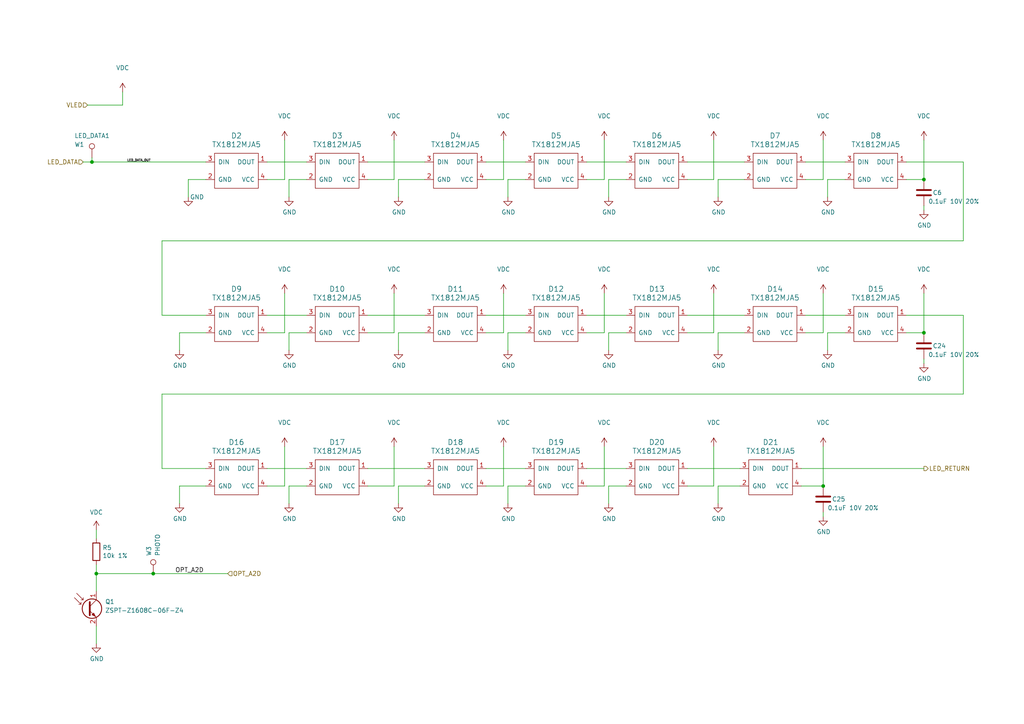
<source format=kicad_sch>
(kicad_sch (version 20250114) (generator "eeschema") (generator_version "9.0")
  (paper "A4")
  (title_block (title "Pixels D20V17 Schematic, Main") (date "2025-10-10") (rev "13") (company "Systemic Games, LLC") (comment 1 "LED Chain"))
  (lib_symbols
    (symbol "Device:C" (pin_numbers (hide yes)) (pin_names (offset 0.254))
      (property "Reference" "C" (at 0.635 2.54 0))
      (property "Value" "C" (at 0.635 -2.54 0))
      (symbol "C_0_1"
        (polyline (pts (xy -2.032 0.762) (xy 2.032 0.762)) (stroke (width 0.508)))
        (polyline (pts (xy -2.032 -0.762) (xy 2.032 -0.762)) (stroke (width 0.508)))
      )
      (symbol "C_1_1"
        (pin passive line (at 0 3.81 270) (length 2.794) (name "~") (number "1"))
        (pin passive line (at 0 -3.81 90) (length 2.794) (name "~") (number "2"))
      )
    )
    (symbol "Device:Q_Photo_NPN" (pin_names (offset 0) (hide yes))
      (property "Reference" "Q" (at 5.08 1.27 0))
      (property "Value" "Q_Photo_NPN" (at 5.08 -1.27 0))
      (symbol "Q_Photo_NPN_0_1"
        (polyline (pts (xy -3.81 3.175) (xy -1.905 1.27) (xy -1.905 1.905)))
        (polyline (pts (xy -3.175 4.445) (xy -1.27 2.54) (xy -1.27 3.175)))
        (polyline (pts (xy -1.905 1.27) (xy -2.54 1.27)))
        (polyline (pts (xy -1.27 2.54) (xy -1.905 2.54)))
        (polyline (pts (xy 0.635 1.905) (xy 0.635 -1.905) (xy 0.635 -1.905)) (stroke (width 0.508)))
        (polyline (pts (xy 0.635 0.635) (xy 2.54 2.54)))
        (polyline (pts (xy 0.635 -0.635) (xy 2.54 -2.54) (xy 2.54 -2.54)))
        (circle (center 1.27 0) (radius 2.8194) (stroke (width 0.254)))
        (polyline (pts (xy 1.27 -1.778) (xy 1.778 -1.27) (xy 2.286 -2.286) (xy 1.27 -1.778) (xy 1.27 -1.778)) (fill (type outline)))
      )
      (symbol "Q_Photo_NPN_1_1"
        (pin passive line (at 2.54 5.08 270) (length 2.54) (name "C") (number "1"))
        (pin passive line (at 2.54 -5.08 90) (length 2.54) (name "E") (number "2"))
      )
    )
    (symbol "Device:R" (pin_numbers (hide yes)) (pin_names (offset 0))
      (property "Reference" "R" (at 2.032 0 90))
      (property "Value" "R" (at 0 0 90))
      (symbol "R_0_1"
        (rectangle (start -1.016 -2.54) (end 1.016 2.54) (stroke (width 0.254)))
      )
      (symbol "R_1_1"
        (pin passive line (at 0 3.81 270) (length 1.27) (name "~") (number "1"))
        (pin passive line (at 0 -3.81 90) (length 1.27) (name "~") (number "2"))
      )
    )
    (symbol "Pixels-dice:TEST_1P-conn" (pin_numbers (hide yes)) (pin_names (offset 0.762) (hide yes))
      (property "Reference" "W" (at 0 6.858 0))
      (property "Value" "TEST_1P-conn" (at 0 5.08 0))
      (symbol "TEST_1P-conn_0_1"
        (circle (center 0 3.302) (radius 0.762))
      )
      (symbol "TEST_1P-conn_1_1"
        (pin passive line (at 0 0 90) (length 2.54) (name "1") (number "1"))
      )
    )
    (symbol "Pixels-dice:TX1812MJA5" (pin_names (offset 1.016))
      (property "Reference" "D" (at 0 -6.35 0))
      (property "Value" "TX1812MJA5" (at 0 6.35 0))
      (symbol "TX1812MJA5_0_1"
        (rectangle (start -6.35 5.08) (end 6.35 -5.08))
      )
      (symbol "TX1812MJA5_1_1"
        (pin input line (at -8.89 2.54 0) (length 2.54) (name "DIN") (number "3"))
        (pin power_in line (at -8.89 -2.54 0) (length 2.54) (name "GND") (number "2"))
        (pin output line (at 8.89 2.54 180) (length 2.54) (name "DOUT") (number "1"))
        (pin power_in line (at 8.89 -2.54 180) (length 2.54) (name "VCC") (number "4"))
      )
    )
    (symbol "power:GND" (power) (pin_names (offset 0))
      (property "Value" "GND" (at 0 -3.81 0))
      (symbol "GND_0_1"
        (polyline (pts (xy 0 0) (xy 0 -1.27) (xy 1.27 -1.27) (xy 0 -2.54) (xy -1.27 -1.27) (xy 0 -1.27)))
      )
      (symbol "GND_1_1"
        (pin power_in line (at 0 0 270) (length 0) (hide yes) (name "GND") (number "1"))
      )
    )
    (symbol "power:VDC" (power) (pin_names (offset 0))
      (property "Value" "VDC" (at 0 6.35 0))
      (symbol "VDC_0_1"
        (polyline (pts (xy -0.762 1.27) (xy 0 2.54)))
        (polyline (pts (xy 0 2.54) (xy 0.762 1.27)))
        (polyline (pts (xy 0 0) (xy 0 2.54)))
      )
      (symbol "VDC_1_1"
        (pin power_in line (at 0 0 90) (length 0) (hide yes) (name "VDC") (number "1"))
      )
    )
  )
  (junction (at 26.67 46.99))
  (junction (at 238.76 140.97))
  (junction (at 27.94 166.37))
  (junction (at 44.45 166.37))
  (junction (at 267.97 52.07))
  (junction (at 267.97 96.52))
  (wire (pts (xy 175.26 85.09) (xy 175.26 96.52)))
  (wire (pts (xy 207.01 40.64) (xy 207.01 52.07)))
  (wire (pts (xy 147.32 140.97) (xy 152.4 140.97)))
  (wire (pts (xy 140.97 46.99) (xy 152.4 46.99)))
  (wire (pts (xy 279.4 46.99) (xy 279.4 69.85)))
  (wire (pts (xy 114.3 129.54) (xy 114.3 140.97)))
  (wire (pts (xy 267.97 104.14) (xy 267.97 105.41)))
  (wire (pts (xy 233.68 52.07) (xy 238.76 52.07)))
  (wire (pts (xy 106.68 96.52) (xy 114.3 96.52)))
  (wire (pts (xy 176.53 96.52) (xy 176.53 101.6)))
  (wire (pts (xy 77.47 135.89) (xy 88.9 135.89)))
  (wire (pts (xy 170.18 52.07) (xy 175.26 52.07)))
  (wire (pts (xy 176.53 52.07) (xy 181.61 52.07)))
  (wire (pts (xy 27.94 166.37) (xy 44.45 166.37)))
  (wire (pts (xy 233.68 91.44) (xy 245.11 91.44)))
  (wire (pts (xy 147.32 146.05) (xy 147.32 140.97)))
  (wire (pts (xy 176.53 52.07) (xy 176.53 57.15)))
  (wire (pts (xy 82.55 85.09) (xy 82.55 96.52)))
  (wire (pts (xy 83.82 146.05) (xy 83.82 140.97)))
  (wire (pts (xy 46.99 69.85) (xy 46.99 91.44)))
  (wire (pts (xy 146.05 85.09) (xy 146.05 96.52)))
  (wire (pts (xy 170.18 46.99) (xy 181.61 46.99)))
  (wire (pts (xy 77.47 91.44) (xy 88.9 91.44)))
  (wire (pts (xy 170.18 91.44) (xy 181.61 91.44)))
  (wire (pts (xy 114.3 40.64) (xy 114.3 52.07)))
  (wire (pts (xy 147.32 52.07) (xy 152.4 52.07)))
  (wire (pts (xy 147.32 96.52) (xy 152.4 96.52)))
  (wire (pts (xy 208.28 140.97) (xy 208.28 146.05)))
  (wire (pts (xy 267.97 59.69) (xy 267.97 60.96)))
  (wire (pts (xy 27.94 181.61) (xy 27.94 186.69)))
  (wire (pts (xy 27.94 163.83) (xy 27.94 166.37)))
  (wire (pts (xy 262.89 52.07) (xy 267.97 52.07)))
  (wire (pts (xy 175.26 40.64) (xy 175.26 52.07)))
  (wire (pts (xy 140.97 91.44) (xy 152.4 91.44)))
  (wire (pts (xy 83.82 101.6) (xy 83.82 96.52)))
  (wire (pts (xy 279.4 91.44) (xy 279.4 114.3)))
  (wire (pts (xy 106.68 46.99) (xy 123.19 46.99)))
  (wire (pts (xy 27.94 153.67) (xy 27.94 156.21)))
  (wire (pts (xy 77.47 96.52) (xy 82.55 96.52)))
  (wire (pts (xy 199.39 135.89) (xy 214.63 135.89)))
  (wire (pts (xy 83.82 57.15) (xy 83.82 52.07)))
  (wire (pts (xy 146.05 129.54) (xy 146.05 140.97)))
  (wire (pts (xy 199.39 140.97) (xy 207.01 140.97)))
  (wire (pts (xy 208.28 140.97) (xy 214.63 140.97)))
  (wire (pts (xy 262.89 91.44) (xy 279.4 91.44)))
  (wire (pts (xy 240.03 52.07) (xy 245.11 52.07)))
  (wire (pts (xy 199.39 52.07) (xy 207.01 52.07)))
  (wire (pts (xy 262.89 46.99) (xy 279.4 46.99)))
  (wire (pts (xy 267.97 40.64) (xy 267.97 52.07)))
  (wire (pts (xy 26.67 46.99) (xy 59.69 46.99)))
  (wire (pts (xy 176.53 140.97) (xy 176.53 146.05)))
  (wire (pts (xy 106.68 52.07) (xy 114.3 52.07)))
  (wire (pts (xy 170.18 96.52) (xy 175.26 96.52)))
  (wire (pts (xy 54.61 52.07) (xy 54.61 57.15)))
  (wire (pts (xy 147.32 57.15) (xy 147.32 52.07)))
  (wire (pts (xy 114.3 85.09) (xy 114.3 96.52)))
  (wire (pts (xy 35.56 30.48) (xy 35.56 26.67)))
  (wire (pts (xy 199.39 96.52) (xy 207.01 96.52)))
  (wire (pts (xy 208.28 96.52) (xy 208.28 101.6)))
  (wire (pts (xy 26.67 45.72) (xy 26.67 46.99)))
  (wire (pts (xy 238.76 129.54) (xy 238.76 140.97)))
  (wire (pts (xy 232.41 140.97) (xy 238.76 140.97)))
  (wire (pts (xy 207.01 85.09) (xy 207.01 96.52)))
  (wire (pts (xy 208.28 52.07) (xy 208.28 57.15)))
  (wire (pts (xy 199.39 91.44) (xy 215.9 91.44)))
  (wire (pts (xy 46.99 91.44) (xy 59.69 91.44)))
  (wire (pts (xy 233.68 96.52) (xy 238.76 96.52)))
  (wire (pts (xy 52.07 140.97) (xy 59.69 140.97)))
  (wire (pts (xy 232.41 135.89) (xy 267.97 135.89)))
  (wire (pts (xy 208.28 52.07) (xy 215.9 52.07)))
  (wire (pts (xy 175.26 129.54) (xy 175.26 140.97)))
  (wire (pts (xy 147.32 101.6) (xy 147.32 96.52)))
  (wire (pts (xy 83.82 140.97) (xy 88.9 140.97)))
  (wire (pts (xy 54.61 52.07) (xy 59.69 52.07)))
  (wire (pts (xy 83.82 96.52) (xy 88.9 96.52)))
  (wire (pts (xy 25.4 30.48) (xy 35.56 30.48)))
  (wire (pts (xy 106.68 91.44) (xy 123.19 91.44)))
  (wire (pts (xy 46.99 135.89) (xy 59.69 135.89)))
  (wire (pts (xy 52.07 96.52) (xy 59.69 96.52)))
  (wire (pts (xy 83.82 52.07) (xy 88.9 52.07)))
  (wire (pts (xy 140.97 52.07) (xy 146.05 52.07)))
  (wire (pts (xy 24.13 46.99) (xy 26.67 46.99)))
  (wire (pts (xy 233.68 46.99) (xy 245.11 46.99)))
  (wire (pts (xy 279.4 69.85) (xy 46.99 69.85)))
  (wire (pts (xy 115.57 96.52) (xy 115.57 101.6)))
  (wire (pts (xy 82.55 129.54) (xy 82.55 140.97)))
  (wire (pts (xy 77.47 46.99) (xy 88.9 46.99)))
  (wire (pts (xy 27.94 166.37) (xy 27.94 171.45)))
  (wire (pts (xy 115.57 140.97) (xy 123.19 140.97)))
  (wire (pts (xy 240.03 101.6) (xy 240.03 96.52)))
  (wire (pts (xy 77.47 140.97) (xy 82.55 140.97)))
  (wire (pts (xy 106.68 135.89) (xy 123.19 135.89)))
  (wire (pts (xy 115.57 96.52) (xy 123.19 96.52)))
  (wire (pts (xy 262.89 96.52) (xy 267.97 96.52)))
  (wire (pts (xy 238.76 40.64) (xy 238.76 52.07)))
  (wire (pts (xy 207.01 129.54) (xy 207.01 140.97)))
  (wire (pts (xy 52.07 140.97) (xy 52.07 146.05)))
  (wire (pts (xy 106.68 140.97) (xy 114.3 140.97)))
  (wire (pts (xy 170.18 135.89) (xy 181.61 135.89)))
  (wire (pts (xy 240.03 96.52) (xy 245.11 96.52)))
  (wire (pts (xy 140.97 140.97) (xy 146.05 140.97)))
  (wire (pts (xy 140.97 96.52) (xy 146.05 96.52)))
  (wire (pts (xy 238.76 85.09) (xy 238.76 96.52)))
  (wire (pts (xy 82.55 40.64) (xy 82.55 52.07)))
  (wire (pts (xy 199.39 46.99) (xy 215.9 46.99)))
  (wire (pts (xy 115.57 140.97) (xy 115.57 146.05)))
  (wire (pts (xy 176.53 140.97) (xy 181.61 140.97)))
  (wire (pts (xy 140.97 135.89) (xy 152.4 135.89)))
  (wire (pts (xy 115.57 52.07) (xy 123.19 52.07)))
  (wire (pts (xy 170.18 140.97) (xy 175.26 140.97)))
  (wire (pts (xy 238.76 148.59) (xy 238.76 149.86)))
  (wire (pts (xy 146.05 40.64) (xy 146.05 52.07)))
  (wire (pts (xy 240.03 57.15) (xy 240.03 52.07)))
  (wire (pts (xy 44.45 166.37) (xy 66.04 166.37)))
  (wire (pts (xy 208.28 96.52) (xy 215.9 96.52)))
  (wire (pts (xy 77.47 52.07) (xy 82.55 52.07)))
  (wire (pts (xy 52.07 96.52) (xy 52.07 101.6)))
  (wire (pts (xy 176.53 96.52) (xy 181.61 96.52)))
  (wire (pts (xy 267.97 85.09) (xy 267.97 96.52)))
  (wire (pts (xy 279.4 114.3) (xy 46.99 114.3)))
  (wire (pts (xy 46.99 114.3) (xy 46.99 135.89)))
  (wire (pts (xy 115.57 52.07) (xy 115.57 57.15)))
  (label "LED_DATA_OUT" (at 36.83 46.99 0) (effects (font (size 0.635 0.635))))
  (label "OPT_A2D" (at 50.8 166.37 0))
  (hierarchical_label "LED_RETURN" (shape output) (at 267.97 135.89 0))
  (hierarchical_label "OPT_A2D" (shape input) (at 66.04 166.37 0))
  (hierarchical_label "LED_DATA" (shape input) (at 24.13 46.99 180))
  (hierarchical_label "VLED" (shape input) (at 25.4 30.48 180))
  (symbol (lib_id "power:VDC") (at 35.56 26.67 0) (unit 1)
    (property "Reference" "#PWR0102" (effects (hide yes)))
    (property "Value" "VDC" (at 35.56 19.685 0))
  )
  (symbol (lib_id "power:VDC") (at 82.55 40.64 0) (unit 1)
    (property "Reference" "#PWR0103" (effects (hide yes)))
    (property "Value" "VDC" (at 82.55 33.655 0))
  )
  (symbol (lib_id "power:VDC") (at 114.3 40.64 0) (unit 1)
    (property "Reference" "#PWR0104" (effects (hide yes)))
    (property "Value" "VDC" (at 114.3 33.655 0))
  )
  (symbol (lib_id "power:GND") (at 54.61 57.15 0) (unit 1)
    (property "Reference" "#PWR0105" (effects (hide yes)))
    (property "Value" "GND" (at 57.15 57.15 0))
  )
  (symbol (lib_id "power:GND") (at 83.82 57.15 0) (unit 1)
    (property "Reference" "#PWR0106" (effects (hide yes)))
    (property "Value" "GND" (at 83.947 61.5442 0))
  )
  (symbol (lib_id "power:VDC") (at 146.05 40.64 0) (unit 1)
    (property "Reference" "#PWR0107" (effects (hide yes)))
    (property "Value" "VDC" (at 146.05 33.655 0))
  )
  (symbol (lib_id "power:VDC") (at 175.26 40.64 0) (unit 1)
    (property "Reference" "#PWR0108" (effects (hide yes)))
    (property "Value" "VDC" (at 175.26 33.655 0))
  )
  (symbol (lib_id "power:GND") (at 115.57 57.15 0) (unit 1)
    (property "Reference" "#PWR0109" (effects (hide yes)))
    (property "Value" "GND" (at 115.697 61.5442 0))
  )
  (symbol (lib_id "power:GND") (at 147.32 57.15 0) (unit 1)
    (property "Reference" "#PWR0110" (effects (hide yes)))
    (property "Value" "GND" (at 147.447 61.5442 0))
  )
  (symbol (lib_id "power:VDC") (at 207.01 40.64 0) (unit 1)
    (property "Reference" "#PWR0111" (effects (hide yes)))
    (property "Value" "VDC" (at 207.01 33.655 0))
  )
  (symbol (lib_id "power:VDC") (at 238.76 40.64 0) (unit 1)
    (property "Reference" "#PWR0112" (effects (hide yes)))
    (property "Value" "VDC" (at 238.76 33.655 0))
  )
  (symbol (lib_id "power:VDC") (at 267.97 40.64 0) (unit 1)
    (property "Reference" "#PWR0113" (effects (hide yes)))
    (property "Value" "VDC" (at 267.97 33.655 0))
  )
  (symbol (lib_id "power:GND") (at 208.28 57.15 0) (unit 1)
    (property "Reference" "#PWR0114" (effects (hide yes)))
    (property "Value" "GND" (at 208.407 61.5442 0))
  )
  (symbol (lib_id "power:GND") (at 240.03 57.15 0) (unit 1)
    (property "Reference" "#PWR0115" (effects (hide yes)))
    (property "Value" "GND" (at 240.157 61.5442 0))
  )
  (symbol (lib_id "power:GND") (at 176.53 57.15 0) (unit 1)
    (property "Reference" "#PWR0116" (effects (hide yes)))
    (property "Value" "GND" (at 176.657 61.5442 0))
  )
  (symbol (lib_id "power:VDC") (at 82.55 85.09 0) (unit 1)
    (property "Reference" "#PWR0117" (effects (hide yes)))
    (property "Value" "VDC" (at 82.55 78.105 0))
  )
  (symbol (lib_id "power:VDC") (at 114.3 85.09 0) (unit 1)
    (property "Reference" "#PWR0118" (effects (hide yes)))
    (property "Value" "VDC" (at 114.3 78.105 0))
  )
  (symbol (lib_id "power:GND") (at 52.07 101.6 0) (unit 1)
    (property "Reference" "#PWR0119" (effects (hide yes)))
    (property "Value" "GND" (at 52.197 105.9942 0))
  )
  (symbol (lib_id "power:GND") (at 83.82 101.6 0) (unit 1)
    (property "Reference" "#PWR0120" (effects (hide yes)))
    (property "Value" "GND" (at 83.947 105.9942 0))
  )
  (symbol (lib_id "power:VDC") (at 175.26 85.09 0) (unit 1)
    (property "Reference" "#PWR0121" (effects (hide yes)))
    (property "Value" "VDC" (at 175.26 78.105 0))
  )
  (symbol (lib_id "power:GND") (at 115.57 101.6 0) (unit 1)
    (property "Reference" "#PWR0122" (effects (hide yes)))
    (property "Value" "GND" (at 115.697 105.9942 0))
  )
  (symbol (lib_id "power:GND") (at 147.32 101.6 0) (unit 1)
    (property "Reference" "#PWR0123" (effects (hide yes)))
    (property "Value" "GND" (at 147.447 105.9942 0))
  )
  (symbol (lib_id "power:VDC") (at 207.01 85.09 0) (unit 1)
    (property "Reference" "#PWR0124" (effects (hide yes)))
    (property "Value" "VDC" (at 207.01 78.105 0))
  )
  (symbol (lib_id "power:VDC") (at 238.76 85.09 0) (unit 1)
    (property "Reference" "#PWR0125" (effects (hide yes)))
    (property "Value" "VDC" (at 238.76 78.105 0))
  )
  (symbol (lib_id "power:VDC") (at 267.97 85.09 0) (unit 1)
    (property "Reference" "#PWR0126" (effects (hide yes)))
    (property "Value" "VDC" (at 267.97 78.105 0))
  )
  (symbol (lib_id "power:GND") (at 208.28 101.6 0) (unit 1)
    (property "Reference" "#PWR0127" (effects (hide yes)))
    (property "Value" "GND" (at 208.407 105.9942 0))
  )
  (symbol (lib_id "power:GND") (at 240.03 101.6 0) (unit 1)
    (property "Reference" "#PWR0128" (effects (hide yes)))
    (property "Value" "GND" (at 240.157 105.9942 0))
  )
  (symbol (lib_id "power:GND") (at 176.53 101.6 0) (unit 1)
    (property "Reference" "#PWR0129" (effects (hide yes)))
    (property "Value" "GND" (at 176.657 105.9942 0))
  )
  (symbol (lib_id "power:VDC") (at 82.55 129.54 0) (unit 1)
    (property "Reference" "#PWR0130" (effects (hide yes)))
    (property "Value" "VDC" (at 82.55 122.555 0))
  )
  (symbol (lib_id "power:VDC") (at 114.3 129.54 0) (unit 1)
    (property "Reference" "#PWR0131" (effects (hide yes)))
    (property "Value" "VDC" (at 114.3 122.555 0))
  )
  (symbol (lib_id "power:GND") (at 52.07 146.05 0) (unit 1)
    (property "Reference" "#PWR0132" (effects (hide yes)))
    (property "Value" "GND" (at 52.197 150.4442 0))
  )
  (symbol (lib_id "power:GND") (at 83.82 146.05 0) (unit 1)
    (property "Reference" "#PWR0133" (effects (hide yes)))
    (property "Value" "GND" (at 83.947 150.4442 0))
  )
  (symbol (lib_id "power:VDC") (at 146.05 129.54 0) (unit 1)
    (property "Reference" "#PWR0134" (effects (hide yes)))
    (property "Value" "VDC" (at 146.05 122.555 0))
  )
  (symbol (lib_id "power:VDC") (at 175.26 129.54 0) (unit 1)
    (property "Reference" "#PWR0135" (effects (hide yes)))
    (property "Value" "VDC" (at 175.26 122.555 0))
  )
  (symbol (lib_id "power:GND") (at 115.57 146.05 0) (unit 1)
    (property "Reference" "#PWR0136" (effects (hide yes)))
    (property "Value" "GND" (at 115.697 150.4442 0))
  )
  (symbol (lib_id "power:GND") (at 147.32 146.05 0) (unit 1)
    (property "Reference" "#PWR0137" (effects (hide yes)))
    (property "Value" "GND" (at 147.447 150.4442 0))
  )
  (symbol (lib_id "power:VDC") (at 207.01 129.54 0) (unit 1)
    (property "Reference" "#PWR0138" (effects (hide yes)))
    (property "Value" "VDC" (at 207.01 122.555 0))
  )
  (symbol (lib_id "power:VDC") (at 238.76 129.54 0) (unit 1)
    (property "Reference" "#PWR0139" (effects (hide yes)))
    (property "Value" "VDC" (at 238.76 122.555 0))
  )
  (symbol (lib_id "power:GND") (at 267.97 60.96 0) (unit 1)
    (property "Reference" "#PWR0140" (effects (hide yes)))
    (property "Value" "GND" (at 268.097 65.3542 0))
  )
  (symbol (lib_id "Device:C") (at 267.97 100.33 0) (unit 1)
    (property "Reference" "C24" (at 270.51 100.33 0) (effects (justify left)))
    (property "Value" "0.1uF 10V 20%" (at 269.24 102.87 0) (effects (justify left)))
    (property "Footprint" "Capacitor_SMD:C_0201_0603Metric" (effects (hide yes)))
    (property "Generic OK" "YES" (effects (hide yes)))
    (property "Manufacturer" "HRE" (effects (hide yes)))
    (property "LCSC Part #" "C6119757" (effects (hide yes)))
    (property "Part Number" "CGA0201X5R104K100ET" (effects (hide yes)))
  )
  (symbol (lib_id "power:GND") (at 267.97 105.41 0) (unit 1)
    (property "Reference" "#PWR0141" (effects (hide yes)))
    (property "Value" "GND" (at 268.097 109.8042 0))
  )
  (symbol (lib_id "Device:C") (at 238.76 144.78 0) (unit 1)
    (property "Reference" "C25" (at 241.3 144.78 0) (effects (justify left)))
    (property "Value" "0.1uF 10V 20%" (at 240.03 147.32 0) (effects (justify left)))
    (property "Footprint" "Capacitor_SMD:C_0201_0603Metric" (effects (hide yes)))
    (property "Generic OK" "YES" (effects (hide yes)))
    (property "Manufacturer" "HRE" (effects (hide yes)))
    (property "LCSC Part #" "C6119757" (effects (hide yes)))
    (property "Part Number" "CGA0201X5R104K100ET" (effects (hide yes)))
  )
  (symbol (lib_id "Pixels-dice:TX1812MJA5") (at 224.79 49.53 0) (unit 1)
    (property "Reference" "D7" (at 224.79 39.37 0) (effects (font (size 1.524 1.524))))
    (property "Value" "TX1812MJA5" (at 224.79 41.91 0) (effects (font (size 1.524 1.524))))
    (property "Footprint" "Pixels-dice:TX1812MWCA5-F01" (effects (hide yes)))
    (property "Manufacturer" "TCWIN" (effects (hide yes)))
    (property "Part Number" "TX1812MJA5-F01" (effects (hide yes)))
  )
  (symbol (lib_id "Device:R") (at 27.94 160.02 0) (unit 1)
    (property "Reference" "R5" (at 29.718 158.8516 0) (effects (justify left)))
    (property "Value" "10k 1%" (at 29.718 161.163 0) (effects (justify left)))
    (property "Footprint" "Resistor_SMD:R_0201_0603Metric" (effects (hide yes)))
    (property "Generic OK" "YES" (effects (hide yes)))
    (property "Manufacturer" "UNI-ROYAL(Uniroyal Elec)" (effects (hide yes)))
    (property "Part Number" "0201WMF1002TEE" (effects (hide yes)))
    (property "LCSC Part #" "C473048" (effects (hide yes)))
  )
  (symbol (lib_id "Pixels-dice:TX1812MJA5") (at 224.79 93.98 0) (unit 1)
    (property "Reference" "D14" (at 224.79 83.82 0) (effects (font (size 1.524 1.524))))
    (property "Value" "TX1812MJA5" (at 224.79 86.36 0) (effects (font (size 1.524 1.524))))
    (property "Footprint" "Pixels-dice:TX1812MWCA5-F01" (effects (hide yes)))
    (property "Manufacturer" "TCWIN" (effects (hide yes)))
    (property "Part Number" "TX1812MJA5-F01" (effects (hide yes)))
  )
  (symbol (lib_id "power:GND") (at 176.53 146.05 0) (unit 1)
    (property "Reference" "#PWR046" (effects (hide yes)))
    (property "Value" "GND" (at 176.657 150.4442 0))
  )
  (symbol (lib_id "power:VDC") (at 27.94 153.67 0) (unit 1)
    (property "Reference" "#PWR072" (effects (hide yes)))
    (property "Value" "VDC" (at 27.94 148.59 0))
    (property "Description" "Power symbol creates a global label with name \"VDC\"" (effects (hide yes)))
  )
  (symbol (lib_id "Device:C") (at 267.97 55.88 0) (unit 1)
    (property "Reference" "C6" (at 270.51 55.88 0) (effects (justify left)))
    (property "Value" "0.1uF 10V 20%" (at 269.24 58.42 0) (effects (justify left)))
    (property "Footprint" "Capacitor_SMD:C_0201_0603Metric" (effects (hide yes)))
    (property "Generic OK" "YES" (effects (hide yes)))
    (property "Manufacturer" "HRE" (effects (hide yes)))
    (property "LCSC Part #" "C6119757" (effects (hide yes)))
    (property "Part Number" "CGA0201X5R104K100ET" (effects (hide yes)))
  )
  (symbol (lib_id "Pixels-dice:TX1812MJA5") (at 161.29 49.53 0) (unit 1)
    (property "Reference" "D5" (at 161.29 39.37 0) (effects (font (size 1.524 1.524))))
    (property "Value" "TX1812MJA5" (at 161.29 41.91 0) (effects (font (size 1.524 1.524))))
    (property "Footprint" "Pixels-dice:TX1812MWCA5-F01" (effects (hide yes)))
    (property "Manufacturer" "TCWIN" (effects (hide yes)))
    (property "Part Number" "TX1812MJA5-F01" (effects (hide yes)))
  )
  (symbol (lib_id "Pixels-dice:TX1812MJA5") (at 132.08 49.53 0) (unit 1)
    (property "Reference" "D4" (at 132.08 39.37 0) (effects (font (size 1.524 1.524))))
    (property "Value" "TX1812MJA5" (at 132.08 41.91 0) (effects (font (size 1.524 1.524))))
    (property "Footprint" "Pixels-dice:TX1812MWCA5-F01" (effects (hide yes)))
    (property "Manufacturer" "TCWIN" (effects (hide yes)))
    (property "Part Number" "TX1812MJA5-F01" (effects (hide yes)))
  )
  (symbol (lib_id "Pixels-dice:TX1812MJA5") (at 132.08 93.98 0) (unit 1)
    (property "Reference" "D11" (at 132.08 83.82 0) (effects (font (size 1.524 1.524))))
    (property "Value" "TX1812MJA5" (at 132.08 86.36 0) (effects (font (size 1.524 1.524))))
    (property "Footprint" "Pixels-dice:TX1812MWCA5-F01" (effects (hide yes)))
    (property "Manufacturer" "TCWIN" (effects (hide yes)))
    (property "Part Number" "TX1812MJA5-F01" (effects (hide yes)))
  )
  (symbol (lib_id "Pixels-dice:TX1812MJA5") (at 190.5 49.53 0) (unit 1)
    (property "Reference" "D6" (at 190.5 39.37 0) (effects (font (size 1.524 1.524))))
    (property "Value" "TX1812MJA5" (at 190.5 41.91 0) (effects (font (size 1.524 1.524))))
    (property "Footprint" "Pixels-dice:TX1812MWCA5-F01" (effects (hide yes)))
    (property "Manufacturer" "TCWIN" (effects (hide yes)))
    (property "Part Number" "TX1812MJA5-F01" (effects (hide yes)))
  )
  (symbol (lib_id "Pixels-dice:TX1812MJA5") (at 223.52 138.43 0) (unit 1)
    (property "Reference" "D21" (at 223.52 128.27 0) (effects (font (size 1.524 1.524))))
    (property "Value" "TX1812MJA5" (at 223.52 130.81 0) (effects (font (size 1.524 1.524))))
    (property "Footprint" "Pixels-dice:TX1812MWCA5-F01" (effects (hide yes)))
    (property "Manufacturer" "TCWIN" (effects (hide yes)))
    (property "Part Number" "TX1812MJA5-F01" (effects (hide yes)))
  )
  (symbol (lib_id "Pixels-dice:TX1812MJA5") (at 190.5 93.98 0) (unit 1)
    (property "Reference" "D13" (at 190.5 83.82 0) (effects (font (size 1.524 1.524))))
    (property "Value" "TX1812MJA5" (at 190.5 86.36 0) (effects (font (size 1.524 1.524))))
    (property "Footprint" "Pixels-dice:TX1812MWCA5-F01" (effects (hide yes)))
    (property "Manufacturer" "TCWIN" (effects (hide yes)))
    (property "Part Number" "TX1812MJA5-F01" (effects (hide yes)))
  )
  (symbol (lib_id "Pixels-dice:TEST_1P-conn") (at 44.45 166.37 0) (unit 1) (in_bom no)
    (property "Reference" "W3" (at 43.18 161.29 90) (effects (justify left)))
    (property "Value" "PHOTO" (at 45.72 161.29 90) (effects (justify left)))
    (property "Footprint" "Pixels-dice:TEST_PIN" (effects (hide yes)))
    (property "Generic OK" "N/A" (effects (hide yes)))
  )
  (symbol (lib_id "power:VDC") (at 146.05 85.09 0) (unit 1)
    (property "Reference" "#PWR015" (effects (hide yes)))
    (property "Value" "VDC" (at 146.05 78.105 0))
  )
  (symbol (lib_id "Pixels-dice:TX1812MJA5") (at 254 49.53 0) (unit 1)
    (property "Reference" "D8" (at 254 39.37 0) (effects (font (size 1.524 1.524))))
    (property "Value" "TX1812MJA5" (at 254 41.91 0) (effects (font (size 1.524 1.524))))
    (property "Footprint" "Pixels-dice:TX1812MWCA5-F01" (effects (hide yes)))
    (property "Manufacturer" "TCWIN" (effects (hide yes)))
    (property "Part Number" "TX1812MJA5-F01" (effects (hide yes)))
  )
  (symbol (lib_id "Pixels-dice:TX1812MJA5") (at 190.5 138.43 0) (unit 1)
    (property "Reference" "D20" (at 190.5 128.27 0) (effects (font (size 1.524 1.524))))
    (property "Value" "TX1812MJA5" (at 190.5 130.81 0) (effects (font (size 1.524 1.524))))
    (property "Footprint" "Pixels-dice:TX1812MWCA5-F01" (effects (hide yes)))
    (property "Manufacturer" "TCWIN" (effects (hide yes)))
    (property "Part Number" "TX1812MJA5-F01" (effects (hide yes)))
  )
  (symbol (lib_id "Pixels-dice:TX1812MJA5") (at 97.79 93.98 0) (unit 1)
    (property "Reference" "D10" (at 97.79 83.82 0) (effects (font (size 1.524 1.524))))
    (property "Value" "TX1812MJA5" (at 97.79 86.36 0) (effects (font (size 1.524 1.524))))
    (property "Footprint" "Pixels-dice:TX1812MWCA5-F01" (effects (hide yes)))
    (property "Manufacturer" "TCWIN" (effects (hide yes)))
    (property "Part Number" "TX1812MJA5-F01" (effects (hide yes)))
  )
  (symbol (lib_id "Pixels-dice:TX1812MJA5") (at 132.08 138.43 0) (unit 1)
    (property "Reference" "D18" (at 132.08 128.27 0) (effects (font (size 1.524 1.524))))
    (property "Value" "TX1812MJA5" (at 132.08 130.81 0) (effects (font (size 1.524 1.524))))
    (property "Footprint" "Pixels-dice:TX1812MWCA5-F01" (effects (hide yes)))
    (property "Manufacturer" "TCWIN" (effects (hide yes)))
    (property "Part Number" "TX1812MJA5-F01" (effects (hide yes)))
  )
  (symbol (lib_id "Pixels-dice:TX1812MJA5") (at 97.79 138.43 0) (unit 1)
    (property "Reference" "D17" (at 97.79 128.27 0) (effects (font (size 1.524 1.524))))
    (property "Value" "TX1812MJA5" (at 97.79 130.81 0) (effects (font (size 1.524 1.524))))
    (property "Footprint" "Pixels-dice:TX1812MWCA5-F01" (effects (hide yes)))
    (property "Manufacturer" "TCWIN" (effects (hide yes)))
    (property "Part Number" "TX1812MJA5-F01" (effects (hide yes)))
  )
  (symbol (lib_id "Pixels-dice:TX1812MJA5") (at 97.79 49.53 0) (unit 1)
    (property "Reference" "D3" (at 97.79 39.37 0) (effects (font (size 1.524 1.524))))
    (property "Value" "TX1812MJA5" (at 97.79 41.91 0) (effects (font (size 1.524 1.524))))
    (property "Footprint" "Pixels-dice:TX1812MWCA5-F01" (effects (hide yes)))
    (property "Manufacturer" "TCWIN" (effects (hide yes)))
    (property "Part Number" "TX1812MJA5-F01" (effects (hide yes)))
  )
  (symbol (lib_id "Pixels-dice:TX1812MJA5") (at 68.58 49.53 0) (unit 1)
    (property "Reference" "D2" (at 68.58 39.37 0) (effects (font (size 1.524 1.524))))
    (property "Value" "TX1812MJA5" (at 68.58 41.91 0) (effects (font (size 1.524 1.524))))
    (property "Footprint" "Pixels-dice:TX1812MWCA5-F01" (effects (hide yes)))
    (property "Manufacturer" "TCWIN" (effects (hide yes)))
    (property "Part Number" "TX1812MJA5-F01" (effects (hide yes)))
  )
  (symbol (lib_id "Pixels-dice:TX1812MJA5") (at 68.58 93.98 0) (unit 1)
    (property "Reference" "D9" (at 68.58 83.82 0) (effects (font (size 1.524 1.524))))
    (property "Value" "TX1812MJA5" (at 68.58 86.36 0) (effects (font (size 1.524 1.524))))
    (property "Footprint" "Pixels-dice:TX1812MWCA5-F01" (effects (hide yes)))
    (property "Manufacturer" "TCWIN" (effects (hide yes)))
    (property "Part Number" "TX1812MJA5-F01" (effects (hide yes)))
  )
  (symbol (lib_id "Pixels-dice:TX1812MJA5") (at 161.29 138.43 0) (unit 1)
    (property "Reference" "D19" (at 161.29 128.27 0) (effects (font (size 1.524 1.524))))
    (property "Value" "TX1812MJA5" (at 161.29 130.81 0) (effects (font (size 1.524 1.524))))
    (property "Footprint" "Pixels-dice:TX1812MWCA5-F01" (effects (hide yes)))
    (property "Manufacturer" "TCWIN" (effects (hide yes)))
    (property "Part Number" "TX1812MJA5-F01" (effects (hide yes)))
  )
  (symbol (lib_id "Pixels-dice:TX1812MJA5") (at 254 93.98 0) (unit 1)
    (property "Reference" "D15" (at 254 83.82 0) (effects (font (size 1.524 1.524))))
    (property "Value" "TX1812MJA5" (at 254 86.36 0) (effects (font (size 1.524 1.524))))
    (property "Footprint" "Pixels-dice:TX1812MWCA5-F01" (effects (hide yes)))
    (property "Manufacturer" "TCWIN" (effects (hide yes)))
    (property "Part Number" "TX1812MJA5-F01" (effects (hide yes)))
  )
  (symbol (lib_id "Device:Q_Photo_NPN") (at 25.4 176.53 0) (unit 1)
    (property "Reference" "Q1" (at 30.48 174.5106 0) (effects (justify left)))
    (property "Value" "ZSPT-Z1608C-06F-Z4" (at 30.48 177.0506 0) (effects (justify left)))
    (property "Footprint" "Diode_SMD:D_0603_1608Metric" (effects (hide yes)))
    (property "Description" "NPN phototransistor, collector/emitter" (effects (hide yes)))
    (property "Manufacturer" "Chau Light" (effects (hide yes)))
    (property "Part Number" "ZSPT-Z1608C-06F-Z4" (effects (hide yes)))
    (property "LCSC Part #" "C5337512" (effects (hide yes)))
  )
  (symbol (lib_id "power:GND") (at 208.28 146.05 0) (unit 1)
    (property "Reference" "#PWR047" (effects (hide yes)))
    (property "Value" "GND" (at 208.407 150.4442 0))
  )
  (symbol (lib_id "power:GND") (at 238.76 149.86 0) (unit 1)
    (property "Reference" "#PWR055" (effects (hide yes)))
    (property "Value" "GND" (at 238.887 154.2542 0))
  )
  (symbol (lib_id "power:GND") (at 27.94 186.69 0) (unit 1)
    (property "Reference" "#PWR073" (effects (hide yes)))
    (property "Value" "GND" (at 28.067 191.0842 0))
  )
  (symbol (lib_id "Pixels-dice:TX1812MJA5") (at 161.29 93.98 0) (unit 1)
    (property "Reference" "D12" (at 161.29 83.82 0) (effects (font (size 1.524 1.524))))
    (property "Value" "TX1812MJA5" (at 161.29 86.36 0) (effects (font (size 1.524 1.524))))
    (property "Footprint" "Pixels-dice:TX1812MWCA5-F01" (effects (hide yes)))
    (property "Manufacturer" "TCWIN" (effects (hide yes)))
    (property "Part Number" "TX1812MJA5-F01" (effects (hide yes)))
  )
  (symbol (lib_id "Pixels-dice:TX1812MJA5") (at 68.58 138.43 0) (unit 1)
    (property "Reference" "D16" (at 68.58 128.27 0) (effects (font (size 1.524 1.524))))
    (property "Value" "TX1812MJA5" (at 68.58 130.81 0) (effects (font (size 1.524 1.524))))
    (property "Footprint" "Pixels-dice:TX1812MWCA5-F01" (effects (hide yes)))
    (property "Manufacturer" "TCWIN" (effects (hide yes)))
    (property "Part Number" "TX1812MJA5-F01" (effects (hide yes)))
  )
  (symbol (lib_id "Pixels-dice:TEST_1P-conn") (at 26.67 45.72 0) (unit 1) (in_bom no)
    (property "Reference" "W1" (at 21.59 41.91 0) (effects (justify left)))
    (property "Value" "LED_DATA1" (at 21.59 39.37 0) (effects (justify left)))
    (property "Footprint" "Pixels-dice:TEST_PIN" (effects (hide yes)))
    (property "Generic OK" "N/A" (effects (hide yes)))
  )
)
</source>
